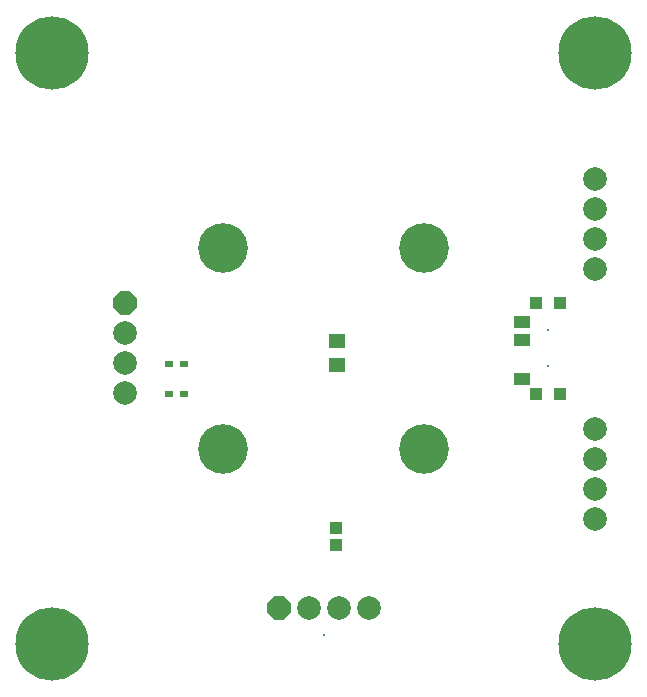
<source format=gts>
G04 Layer_Color=8388736*
%FSLAX44Y44*%
%MOMM*%
G71*
G01*
G75*
%ADD25R,1.1032X1.0032*%
%ADD26R,1.4532X1.1032*%
%ADD27R,1.4532X1.2032*%
%ADD28R,1.0532X1.0532*%
%ADD29R,0.7032X0.6032*%
%ADD30C,0.2032*%
%ADD31C,2.0032*%
G04:AMPARAMS|DCode=32|XSize=0.2032mm|YSize=0.2032mm|CornerRadius=0mm|HoleSize=0mm|Usage=FLASHONLY|Rotation=0.000|XOffset=0mm|YOffset=0mm|HoleType=Round|Shape=RoundedRectangle|*
%AMROUNDEDRECTD32*
21,1,0.2032,0.2032,0,0,0.0*
21,1,0.2032,0.2032,0,0,0.0*
1,1,0.0000,0.1016,-0.1016*
1,1,0.0000,-0.1016,-0.1016*
1,1,0.0000,-0.1016,0.1016*
1,1,0.0000,0.1016,0.1016*
%
%ADD32ROUNDEDRECTD32*%
%ADD33P,2.1683X8X22.5*%
%ADD34P,2.1683X8X292.5*%
%ADD35C,4.2032*%
%ADD36C,6.2032*%
D25*
X455000Y261740D02*
D03*
X475000D02*
D03*
X455000Y338740D02*
D03*
X475000D02*
D03*
D26*
X443250Y322240D02*
D03*
Y307240D02*
D03*
Y274240D02*
D03*
D27*
X286000Y286000D02*
D03*
Y306000D02*
D03*
D28*
X285000Y148000D02*
D03*
Y134000D02*
D03*
D29*
X156750Y287250D02*
D03*
X143750D02*
D03*
X157000Y261750D02*
D03*
X144000D02*
D03*
D30*
X465000Y285240D02*
D03*
Y315240D02*
D03*
D31*
X505000Y417700D02*
D03*
Y392300D02*
D03*
Y366900D02*
D03*
Y443100D02*
D03*
X504500Y206750D02*
D03*
Y181350D02*
D03*
Y155950D02*
D03*
Y232150D02*
D03*
X262300Y80000D02*
D03*
X287700D02*
D03*
X313100D02*
D03*
X107000Y261900D02*
D03*
Y287300D02*
D03*
Y312700D02*
D03*
D32*
X275000Y57200D02*
D03*
D33*
X236900Y80000D02*
D03*
D34*
X107000Y338100D02*
D03*
D35*
X360000Y385000D02*
D03*
X190000D02*
D03*
Y215000D02*
D03*
X360000D02*
D03*
D36*
X505000Y550000D02*
D03*
X45000D02*
D03*
Y50000D02*
D03*
X505000D02*
D03*
M02*

</source>
